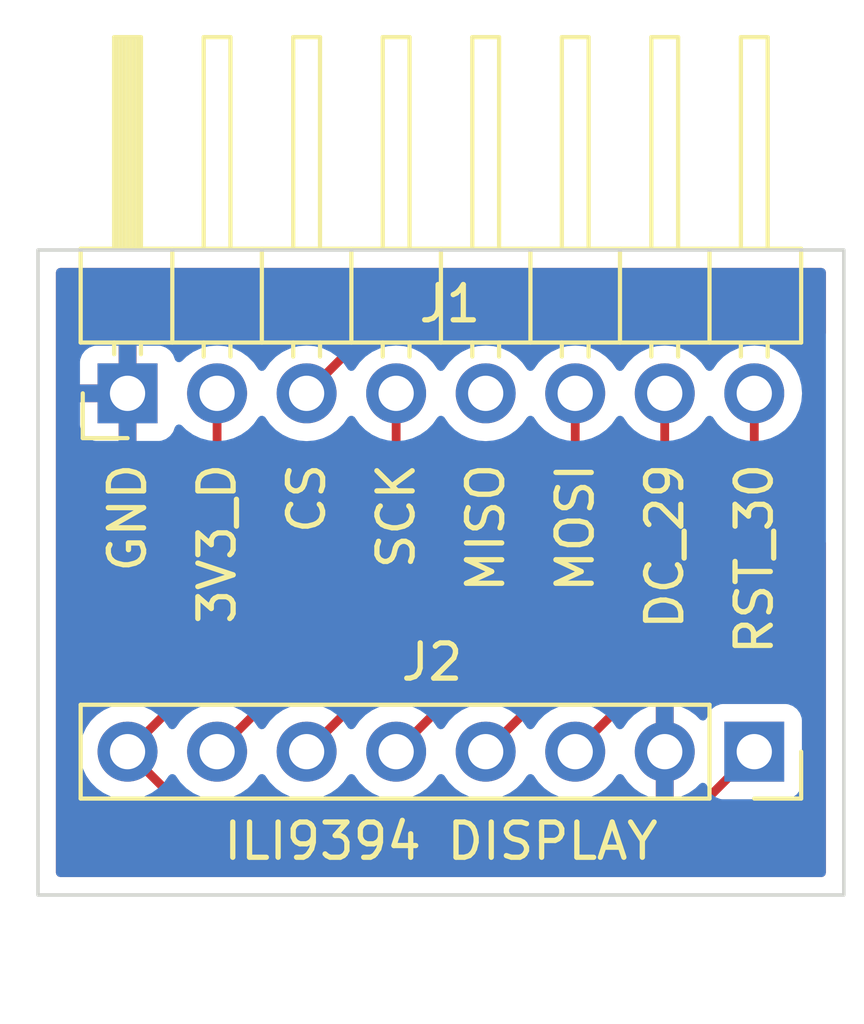
<source format=kicad_pcb>
(kicad_pcb (version 20240108) (generator "pcbnew") (generator_version "8.0")
  (layers (0 "F.Cu" signal) (31 "B.Cu" signal) (34 "B.Paste" user) (35 "F.Paste" user) (36 "B.SilkS" user "B.Silkscreen") (37 "F.SilkS" user "F.Silkscreen") (38 "B.Mask" user) (39 "F.Mask" user) (44 "Edge.Cuts" user))
  (net 0 "")
  (net 1 "RST")
  (net 2 "DC")
  (net 3 "MOSI")
  (net 4 "MISO")
  (net 5 "SCK")
  (net 6 "CS")
  (net 7 "3V3_D")
  (net 8 "GND")
  (footprint "Connector_PinSocket_2.54mm:PinSocket_1x08_P2.54mm_Vertical" (layer "F.Cu") (at 88.9 63.5 -90)
    (property "Reference" "J2" (at -2.54 9.144 180) (layer "F.SilkS"))
    (property "Value" "Conn_01x08_Female")
    (fp_line (start -1.33 19.11) (end 1.33 19.11) (stroke (width 0.12)) (layer "F.SilkS"))
    (fp_line (start -1.33 1.27) (end -1.33 19.11) (stroke (width 0.12)) (layer "F.SilkS"))
    (fp_line (start -1.33 1.27) (end 1.33 1.27) (stroke (width 0.12)) (layer "F.SilkS"))
    (fp_line (start 1.33 1.27) (end 1.33 19.11) (stroke (width 0.12)) (layer "F.SilkS"))
    (fp_line (start 0 -1.33) (end 1.33 -1.33) (stroke (width 0.12)) (layer "F.SilkS"))
    (fp_line (start 1.33 -1.33) (end 1.33 0) (stroke (width 0.12)) (layer "F.SilkS"))
    (pad "1" thru_hole rect (at 0 0 270) (size 1.7 1.7) (drill 1) (layers "*.Cu" "*.Mask") (net 7 "3V3_D"))
    (pad "2" thru_hole oval (at 0 2.54 270) (size 1.7 1.7) (drill 1) (layers "*.Cu" "*.Mask") (net 8 "GND"))
    (pad "3" thru_hole oval (at 0 5.08 270) (size 1.7 1.7) (drill 1) (layers "*.Cu" "*.Mask") (net 6 "CS"))
    (pad "4" thru_hole oval (at 0 7.62 270) (size 1.7 1.7) (drill 1) (layers "*.Cu" "*.Mask") (net 1 "RST"))
    (pad "5" thru_hole oval (at 0 10.16 270) (size 1.7 1.7) (drill 1) (layers "*.Cu" "*.Mask") (net 2 "DC"))
    (pad "6" thru_hole oval (at 0 12.7 270) (size 1.7 1.7) (drill 1) (layers "*.Cu" "*.Mask") (net 3 "MOSI"))
    (pad "7" thru_hole oval (at 0 15.24 270) (size 1.7 1.7) (drill 1) (layers "*.Cu" "*.Mask") (net 5 "SCK"))
    (pad "8" thru_hole oval (at 0 17.78 270) (size 1.7 1.7) (drill 1) (layers "*.Cu" "*.Mask") (net 7 "3V3_D"))
  )
  (footprint "Connector_PinHeader_2.54mm:PinHeader_1x08_P2.54mm_Horizontal" (layer "F.Cu") (at 71.12 53.34 90)
    (property "Reference" "J1" (at 2.54 9.144 0) (layer "F.SilkS"))
    (property "Value" "Conn_01x08_Male")
    (fp_line (start 4.1 -1.33) (end 1.44 -1.33) (stroke (width 0.12)) (layer "F.SilkS"))
    (fp_line (start 1.44 -1.33) (end 1.44 19.11) (stroke (width 0.12)) (layer "F.SilkS"))
    (fp_line (start -1.27 -1.27) (end 0 -1.27) (stroke (width 0.12)) (layer "F.SilkS"))
    (fp_line (start 10.1 -0.38) (end 10.1 0.38) (stroke (width 0.12)) (layer "F.SilkS"))
    (fp_line (start 4.1 -0.38) (end 10.1 -0.38) (stroke (width 0.12)) (layer "F.SilkS"))
    (fp_line (start 1.11 -0.38) (end 1.44 -0.38) (stroke (width 0.12)) (layer "F.SilkS"))
    (fp_line (start 4.1 -0.32) (end 10.1 -0.32) (stroke (width 0.12)) (layer "F.SilkS"))
    (fp_line (start 4.1 -0.2) (end 10.1 -0.2) (stroke (width 0.12)) (layer "F.SilkS"))
    (fp_line (start 4.1 -0.08) (end 10.1 -0.08) (stroke (width 0.12)) (layer "F.SilkS"))
    (fp_line (start -1.27 0) (end -1.27 -1.27) (stroke (width 0.12)) (layer "F.SilkS"))
    (fp_line (start 4.1 0.04) (end 10.1 0.04) (stroke (width 0.12)) (layer "F.SilkS"))
    (fp_line (start 4.1 0.16) (end 10.1 0.16) (stroke (width 0.12)) (layer "F.SilkS"))
    (fp_line (start 4.1 0.28) (end 10.1 0.28) (stroke (width 0.12)) (layer "F.SilkS"))
    (fp_line (start 10.1 0.38) (end 4.1 0.38) (stroke (width 0.12)) (layer "F.SilkS"))
    (fp_line (start 1.11 0.38) (end 1.44 0.38) (stroke (width 0.12)) (layer "F.SilkS"))
    (fp_line (start 1.44 1.27) (end 4.1 1.27) (stroke (width 0.12)) (layer "F.SilkS"))
    (fp_line (start 10.1 2.16) (end 10.1 2.92) (stroke (width 0.12)) (layer "F.SilkS"))
    (fp_line (start 4.1 2.16) (end 10.1 2.16) (stroke (width 0.12)) (layer "F.SilkS"))
    (fp_line (start 1.042929 2.16) (end 1.44 2.16) (stroke (width 0.12)) (layer "F.SilkS"))
    (fp_line (start 10.1 2.92) (end 4.1 2.92) (stroke (width 0.12)) (layer "F.SilkS"))
    (fp_line (start 1.042929 2.92) (end 1.44 2.92) (stroke (width 0.12)) (layer "F.SilkS"))
    (fp_line (start 1.44 3.81) (end 4.1 3.81) (stroke (width 0.12)) (layer "F.SilkS"))
    (fp_line (start 10.1 4.7) (end 10.1 5.46) (stroke (width 0.12)) (layer "F.SilkS"))
    (fp_line (start 4.1 4.7) (end 10.1 4.7) (stroke (width 0.12)) (layer "F.SilkS"))
    (fp_line (start 1.042929 4.7) (end 1.44 4.7) (stroke (width 0.12)) (layer "F.SilkS"))
    (fp_line (start 10.1 5.46) (end 4.1 5.46) (stroke (width 0.12)) (layer "F.SilkS"))
    (fp_line (start 1.042929 5.46) (end 1.44 5.46) (stroke (width 0.12)) (layer "F.SilkS"))
    (fp_line (start 1.44 6.35) (end 4.1 6.35) (stroke (width 0.12)) (layer "F.SilkS"))
    (fp_line (start 10.1 7.24) (end 10.1 8) (stroke (width 0.12)) (layer "F.SilkS"))
    (fp_line (start 4.1 7.24) (end 10.1 7.24) (stroke (width 0.12)) (layer "F.SilkS"))
    (fp_line (start 1.042929 7.24) (end 1.44 7.24) (stroke (width 0.12)) (layer "F.SilkS"))
    (fp_line (start 10.1 8) (end 4.1 8) (stroke (width 0.12)) (layer "F.SilkS"))
    (fp_line (start 1.042929 8) (end 1.44 8) (stroke (width 0.12)) (layer "F.SilkS"))
    (fp_line (start 1.44 8.89) (end 4.1 8.89) (stroke (width 0.12)) (layer "F.SilkS"))
    (fp_line (start 10.1 9.78) (end 10.1 10.54) (stroke (width 0.12)) (layer "F.SilkS"))
    (fp_line (start 4.1 9.78) (end 10.1 9.78) (stroke (width 0.12)) (layer "F.SilkS"))
    (fp_line (start 1.042929 9.78) (end 1.44 9.78) (stroke (width 0.12)) (layer "F.SilkS"))
    (fp_line (start 10.1 10.54) (end 4.1 10.54) (stroke (width 0.12)) (layer "F.SilkS"))
    (fp_line (start 1.042929 10.54) (end 1.44 10.54) (stroke (width 0.12)) (layer "F.SilkS"))
    (fp_line (start 1.44 11.43) (end 4.1 11.43) (stroke (width 0.12)) (layer "F.SilkS"))
    (fp_line (start 10.1 12.32) (end 10.1 13.08) (stroke (width 0.12)) (layer "F.SilkS"))
    (fp_line (start 4.1 12.32) (end 10.1 12.32) (stroke (width 0.12)) (layer "F.SilkS"))
    (fp_line (start 1.042929 12.32) (end 1.44 12.32) (stroke (width 0.12)) (layer "F.SilkS"))
    (fp_line (start 10.1 13.08) (end 4.1 13.08) (stroke (width 0.12)) (layer "F.SilkS"))
    (fp_line (start 1.042929 13.08) (end 1.44 13.08) (stroke (width 0.12)) (layer "F.SilkS"))
    (fp_line (start 1.44 13.97) (end 4.1 13.97) (stroke (width 0.12)) (layer "F.SilkS"))
    (fp_line (start 10.1 14.86) (end 10.1 15.62) (stroke (width 0.12)) (layer "F.SilkS"))
    (fp_line (start 4.1 14.86) (end 10.1 14.86) (stroke (width 0.12)) (layer "F.SilkS"))
    (fp_line (start 1.042929 14.86) (end 1.44 14.86) (stroke (width 0.12)) (layer "F.SilkS"))
    (fp_line (start 10.1 15.62) (end 4.1 15.62) (stroke (width 0.12)) (layer "F.SilkS"))
    (fp_line (start 1.042929 15.62) (end 1.44 15.62) (stroke (width 0.12)) (layer "F.SilkS"))
    (fp_line (start 1.44 16.51) (end 4.1 16.51) (stroke (width 0.12)) (layer "F.SilkS"))
    (fp_line (start 10.1 17.4) (end 10.1 18.16) (stroke (width 0.12)) (layer "F.SilkS"))
    (fp_line (start 4.1 17.4) (end 10.1 17.4) (stroke (width 0.12)) (layer "F.SilkS"))
    (fp_line (start 1.042929 17.4) (end 1.44 17.4) (stroke (width 0.12)) (layer "F.SilkS"))
    (fp_line (start 10.1 18.16) (end 4.1 18.16) (stroke (width 0.12)) (layer "F.SilkS"))
    (fp_line (start 1.042929 18.16) (end 1.44 18.16) (stroke (width 0.12)) (layer "F.SilkS"))
    (fp_line (start 4.1 19.11) (end 4.1 -1.33) (stroke (width 0.12)) (layer "F.SilkS"))
    (fp_line (start 1.44 19.11) (end 4.1 19.11) (stroke (width 0.12)) (layer "F.SilkS"))
    (pad "1" thru_hole rect (at 0 0 90) (size 1.7 1.7) (drill 1) (layers "*.Cu" "*.Mask") (net 8 "GND"))
    (pad "2" thru_hole oval (at 0 2.54 90) (size 1.7 1.7) (drill 1) (layers "*.Cu" "*.Mask") (net 7 "3V3_D"))
    (pad "3" thru_hole oval (at 0 5.08 90) (size 1.7 1.7) (drill 1) (layers "*.Cu" "*.Mask") (net 6 "CS"))
    (pad "4" thru_hole oval (at 0 7.62 90) (size 1.7 1.7) (drill 1) (layers "*.Cu" "*.Mask") (net 5 "SCK"))
    (pad "5" thru_hole oval (at 0 10.16 90) (size 1.7 1.7) (drill 1) (layers "*.Cu" "*.Mask") (net 4 "MISO"))
    (pad "6" thru_hole oval (at 0 12.7 90) (size 1.7 1.7) (drill 1) (layers "*.Cu" "*.Mask") (net 3 "MOSI"))
    (pad "7" thru_hole oval (at 0 15.24 90) (size 1.7 1.7) (drill 1) (layers "*.Cu" "*.Mask") (net 2 "DC"))
    (pad "8" thru_hole oval (at 0 17.78 90) (size 1.7 1.7) (drill 1) (layers "*.Cu" "*.Mask") (net 1 "RST"))
  )
  (gr_rect (start 68.58 49.276) (end 91.44 67.564) (stroke (width 0.1)) (fill none) (layer "Edge.Cuts"))
  (gr_text "3V3_D" (at 73.66 55.245 90) (layer "F.SilkS") (effects (font (size 1 1)) (justify right)))
  (gr_text "ILI9394 DISPLAY" (at 80.01 66.04 0) (layer "F.SilkS") (effects (font (size 1 1))))
  (gr_text "CS" (at 76.2 55.245 90) (layer "F.SilkS") (effects (font (size 1 1)) (justify right)))
  (gr_text "RST_30" (at 88.9 55.245 90) (layer "F.SilkS") (effects (font (size 1 1)) (justify right)))
  (gr_text "MISO" (at 81.28 55.245 90) (layer "F.SilkS") (effects (font (size 1 1)) (justify right)))
  (gr_text "MOSI" (at 83.82 55.245 90) (layer "F.SilkS") (effects (font (size 1 1)) (justify right)))
  (gr_text "DC_29" (at 86.36 55.245 90) (layer "F.SilkS") (effects (font (size 1 1)) (justify right)))
  (gr_text "GND" (at 71.12 55.245 90) (layer "F.SilkS") (effects (font (size 1 1)) (justify right)))
  (gr_text "SCK" (at 78.74 55.245 90) (layer "F.SilkS") (effects (font (size 1 1)) (justify right)))
  (segment (start 88.9 53.34) (end 88.9 55.88) (width 0.25) (layer "F.Cu") (net 1))
  (segment (start 88.9 55.88) (end 81.28 63.5) (width 0.25) (layer "F.Cu") (net 1))
  (segment (start 86.36 53.34) (end 86.36 55.88) (width 0.25) (layer "F.Cu") (net 2))
  (segment (start 86.36 55.88) (end 78.74 63.5) (width 0.25) (layer "F.Cu") (net 2))
  (segment (start 83.82 53.34) (end 83.82 55.88) (width 0.25) (layer "F.Cu") (net 3))
  (segment (start 83.82 55.88) (end 76.2 63.5) (width 0.25) (layer "F.Cu") (net 3))
  (segment (start 78.74 53.34) (end 78.74 58.42) (width 0.25) (layer "F.Cu") (net 5))
  (segment (start 78.74 58.42) (end 73.66 63.5) (width 0.25) (layer "F.Cu") (net 5))
  (segment (start 88.9 50.8) (end 90.424 52.324) (width 0.25) (layer "F.Cu") (net 6))
  (segment (start 76.2 53.34) (end 78.74 50.8) (width 0.25) (layer "F.Cu") (net 6))
  (segment (start 90.424 56.896) (end 83.82 63.5) (width 0.25) (layer "F.Cu") (net 6))
  (segment (start 78.74 50.8) (end 88.9 50.8) (width 0.25) (layer "F.Cu") (net 6))
  (segment (start 90.424 52.324) (end 90.424 56.896) (width 0.25) (layer "F.Cu") (net 6))
  (segment (start 88.9 63.5) (end 86.36 66.04) (width 0.25) (layer "F.Cu") (net 7))
  (segment (start 73.66 60.96) (end 71.12 63.5) (width 0.25) (layer "F.Cu") (net 7))
  (segment (start 73.66 66.04) (end 86.36 66.04) (width 0.25) (layer "F.Cu") (net 7))
  (segment (start 71.12 63.5) (end 73.66 66.04) (width 0.25) (layer "F.Cu") (net 7))
  (segment (start 73.66 53.34) (end 73.66 60.96) (width 0.25) (layer "F.Cu") (net 7))
  (zone (net 8) (net_name "GND") (layer "F.Cu") (connect_pads (clearance 0.508)) (min_thickness 0.254) (fill yes (thermal_gap 0.508) (thermal_bridge_width 0.508) (island_removal_mode 2) (island_area_min 2))
    (polygon (pts (xy 90.932 67.056) (xy 69.088 67.056) (xy 69.088 49.784) (xy 90.932 49.784)))
  )
  (zone (net 8) (net_name "GND") (layer "B.Cu") (priority 1) (connect_pads (clearance 0.5)) (min_thickness 0.25) (fill yes (thermal_gap 0.5) (thermal_bridge_width 0.5))
    (polygon (pts (xy 69.088 49.784) (xy 69.088 67.056) (xy 90.932 67.056) (xy 90.932 49.784)))
  )
)
</source>
